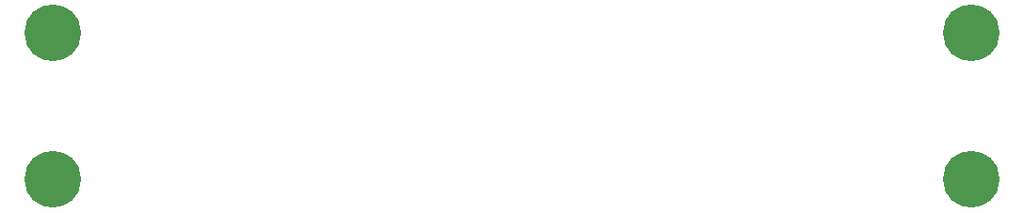
<source format=gts>
G04 #@! TF.GenerationSoftware,KiCad,Pcbnew,(5.1.8)-1*
G04 #@! TF.CreationDate,2022-07-15T00:53:09+02:00*
G04 #@! TF.ProjectId,BulkyMIDI-32 Audio Switch FP1,42756c6b-794d-4494-9449-2d3332204175,rev?*
G04 #@! TF.SameCoordinates,Original*
G04 #@! TF.FileFunction,Soldermask,Top*
G04 #@! TF.FilePolarity,Negative*
%FSLAX46Y46*%
G04 Gerber Fmt 4.6, Leading zero omitted, Abs format (unit mm)*
G04 Created by KiCad (PCBNEW (5.1.8)-1) date 2022-07-15 00:53:09*
%MOMM*%
%LPD*%
G01*
G04 APERTURE LIST*
%ADD10C,5.100000*%
G04 APERTURE END LIST*
D10*
X99815000Y-129199000D03*
X182365000Y-129199000D03*
X182365000Y-115949000D03*
X99815000Y-115949000D03*
M02*

</source>
